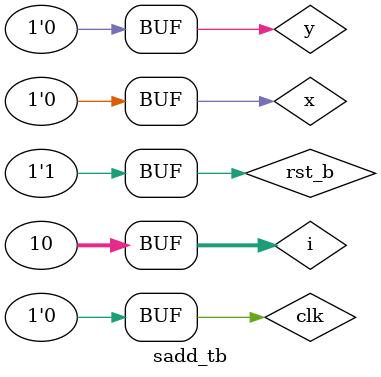
<source format=v>
module sadd(
  input x, y, clk, rst_b,
  output reg s
);

localparam S0_ST = 0;
localparam S1_ST = 1;

reg st, st_next;

always @(*) begin
  case (st)
    S0_ST: 
      if((x == 1) && (y == 1)) st_next = S1_ST;
      else st_next = S0_ST;
    S1_ST:
      if((x == 0) && (y == 0)) st_next = S0_ST;
      else st_next = S1_ST;
  endcase
end

always @(*) begin
  s = 0;
  case (st)
    S0_ST:
      if((x == 0) && (y == 0)) s = 0;
      else if ((x == 0) && (y == 1)) s = 1;
      else if ((x == 1) && (y == 0)) s = 1;
      else s = 0;
    S1_ST:
      if((x == 0) && (y == 0)) s = 1;
      else if ((x == 0) && (y == 1)) s = 0;
      else if ((x == 1) && (y == 0)) s = 0;
      else s = 1;
  endcase
end

always @(posedge clk or negedge rst_b) begin
  if(!rst_b) st <= S0_ST;
else st <= st_next;
end

endmodule

module sadd_tb;
reg clk, rst_b, x, y;
wire s;

sadd cut(
  .clk(clk),
  .rst_b(rst_b),
  .x(x),
  .y(y),
  .s(s)
);  

initial begin
  clk = 0;
  rst_b = 0;
  x = 0;
  y = 1;  
end

integer i;
initial begin
  for(i = 1; i <=9; i = i + 1) begin
    #50; clk = ~clk;
  end
end

initial begin
  #25; rst_b = 1;
end

initial begin
  #100; x = 1;
  #200; x = 0;
end

initial begin
  #200; y = 0;
end

endmodule
</source>
